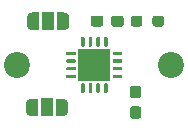
<source format=gts>
%TF.GenerationSoftware,KiCad,Pcbnew,5.1.10*%
%TF.CreationDate,2021-12-10T14:23:33+01:00*%
%TF.ProjectId,angle-sensor-board,616e676c-652d-4736-956e-736f722d626f,rev?*%
%TF.SameCoordinates,Original*%
%TF.FileFunction,Soldermask,Top*%
%TF.FilePolarity,Negative*%
%FSLAX46Y46*%
G04 Gerber Fmt 4.6, Leading zero omitted, Abs format (unit mm)*
G04 Created by KiCad (PCBNEW 5.1.10) date 2021-12-10 14:23:33*
%MOMM*%
%LPD*%
G01*
G04 APERTURE LIST*
%ADD10C,0.100000*%
%ADD11R,1.000000X1.500000*%
%ADD12C,2.200000*%
%ADD13R,2.700000X2.700000*%
G04 APERTURE END LIST*
D10*
%TO.C,JP2*%
G36*
X31750000Y-39850000D02*
G01*
X31200000Y-39850000D01*
X31200000Y-39849398D01*
X31175466Y-39849398D01*
X31126635Y-39844588D01*
X31078510Y-39835016D01*
X31031555Y-39820772D01*
X30986222Y-39801995D01*
X30942949Y-39778864D01*
X30902150Y-39751604D01*
X30864221Y-39720476D01*
X30829524Y-39685779D01*
X30798396Y-39647850D01*
X30771136Y-39607051D01*
X30748005Y-39563778D01*
X30729228Y-39518445D01*
X30714984Y-39471490D01*
X30705412Y-39423365D01*
X30700602Y-39374534D01*
X30700602Y-39350000D01*
X30700000Y-39350000D01*
X30700000Y-38850000D01*
X30700602Y-38850000D01*
X30700602Y-38825466D01*
X30705412Y-38776635D01*
X30714984Y-38728510D01*
X30729228Y-38681555D01*
X30748005Y-38636222D01*
X30771136Y-38592949D01*
X30798396Y-38552150D01*
X30829524Y-38514221D01*
X30864221Y-38479524D01*
X30902150Y-38448396D01*
X30942949Y-38421136D01*
X30986222Y-38398005D01*
X31031555Y-38379228D01*
X31078510Y-38364984D01*
X31126635Y-38355412D01*
X31175466Y-38350602D01*
X31200000Y-38350602D01*
X31200000Y-38350000D01*
X31750000Y-38350000D01*
X31750000Y-39850000D01*
G37*
D11*
X32500000Y-39100000D03*
D10*
G36*
X33800000Y-38350602D02*
G01*
X33824534Y-38350602D01*
X33873365Y-38355412D01*
X33921490Y-38364984D01*
X33968445Y-38379228D01*
X34013778Y-38398005D01*
X34057051Y-38421136D01*
X34097850Y-38448396D01*
X34135779Y-38479524D01*
X34170476Y-38514221D01*
X34201604Y-38552150D01*
X34228864Y-38592949D01*
X34251995Y-38636222D01*
X34270772Y-38681555D01*
X34285016Y-38728510D01*
X34294588Y-38776635D01*
X34299398Y-38825466D01*
X34299398Y-38850000D01*
X34300000Y-38850000D01*
X34300000Y-39350000D01*
X34299398Y-39350000D01*
X34299398Y-39374534D01*
X34294588Y-39423365D01*
X34285016Y-39471490D01*
X34270772Y-39518445D01*
X34251995Y-39563778D01*
X34228864Y-39607051D01*
X34201604Y-39647850D01*
X34170476Y-39685779D01*
X34135779Y-39720476D01*
X34097850Y-39751604D01*
X34057051Y-39778864D01*
X34013778Y-39801995D01*
X33968445Y-39820772D01*
X33921490Y-39835016D01*
X33873365Y-39844588D01*
X33824534Y-39849398D01*
X33800000Y-39849398D01*
X33800000Y-39850000D01*
X33250000Y-39850000D01*
X33250000Y-38350000D01*
X33800000Y-38350000D01*
X33800000Y-38350602D01*
G37*
%TD*%
%TO.C,JP1*%
G36*
X31850000Y-32550000D02*
G01*
X31300000Y-32550000D01*
X31300000Y-32549398D01*
X31275466Y-32549398D01*
X31226635Y-32544588D01*
X31178510Y-32535016D01*
X31131555Y-32520772D01*
X31086222Y-32501995D01*
X31042949Y-32478864D01*
X31002150Y-32451604D01*
X30964221Y-32420476D01*
X30929524Y-32385779D01*
X30898396Y-32347850D01*
X30871136Y-32307051D01*
X30848005Y-32263778D01*
X30829228Y-32218445D01*
X30814984Y-32171490D01*
X30805412Y-32123365D01*
X30800602Y-32074534D01*
X30800602Y-32050000D01*
X30800000Y-32050000D01*
X30800000Y-31550000D01*
X30800602Y-31550000D01*
X30800602Y-31525466D01*
X30805412Y-31476635D01*
X30814984Y-31428510D01*
X30829228Y-31381555D01*
X30848005Y-31336222D01*
X30871136Y-31292949D01*
X30898396Y-31252150D01*
X30929524Y-31214221D01*
X30964221Y-31179524D01*
X31002150Y-31148396D01*
X31042949Y-31121136D01*
X31086222Y-31098005D01*
X31131555Y-31079228D01*
X31178510Y-31064984D01*
X31226635Y-31055412D01*
X31275466Y-31050602D01*
X31300000Y-31050602D01*
X31300000Y-31050000D01*
X31850000Y-31050000D01*
X31850000Y-32550000D01*
G37*
D11*
X32600000Y-31800000D03*
D10*
G36*
X33900000Y-31050602D02*
G01*
X33924534Y-31050602D01*
X33973365Y-31055412D01*
X34021490Y-31064984D01*
X34068445Y-31079228D01*
X34113778Y-31098005D01*
X34157051Y-31121136D01*
X34197850Y-31148396D01*
X34235779Y-31179524D01*
X34270476Y-31214221D01*
X34301604Y-31252150D01*
X34328864Y-31292949D01*
X34351995Y-31336222D01*
X34370772Y-31381555D01*
X34385016Y-31428510D01*
X34394588Y-31476635D01*
X34399398Y-31525466D01*
X34399398Y-31550000D01*
X34400000Y-31550000D01*
X34400000Y-32050000D01*
X34399398Y-32050000D01*
X34399398Y-32074534D01*
X34394588Y-32123365D01*
X34385016Y-32171490D01*
X34370772Y-32218445D01*
X34351995Y-32263778D01*
X34328864Y-32307051D01*
X34301604Y-32347850D01*
X34270476Y-32385779D01*
X34235779Y-32420476D01*
X34197850Y-32451604D01*
X34157051Y-32478864D01*
X34113778Y-32501995D01*
X34068445Y-32520772D01*
X34021490Y-32535016D01*
X33973365Y-32544588D01*
X33924534Y-32549398D01*
X33900000Y-32549398D01*
X33900000Y-32550000D01*
X33350000Y-32550000D01*
X33350000Y-31050000D01*
X33900000Y-31050000D01*
X33900000Y-31050602D01*
G37*
%TD*%
D12*
%TO.C,REF\u002A\u002A*%
X43000000Y-35500000D03*
%TD*%
%TO.C,REF\u002A\u002A*%
X30000000Y-35500000D03*
%TD*%
%TO.C,C1*%
G36*
G01*
X39000000Y-31562500D02*
X39000000Y-32037500D01*
G75*
G02*
X38762500Y-32275000I-237500J0D01*
G01*
X38162500Y-32275000D01*
G75*
G02*
X37925000Y-32037500I0J237500D01*
G01*
X37925000Y-31562500D01*
G75*
G02*
X38162500Y-31325000I237500J0D01*
G01*
X38762500Y-31325000D01*
G75*
G02*
X39000000Y-31562500I0J-237500D01*
G01*
G37*
G36*
G01*
X37275000Y-31562500D02*
X37275000Y-32037500D01*
G75*
G02*
X37037500Y-32275000I-237500J0D01*
G01*
X36437500Y-32275000D01*
G75*
G02*
X36200000Y-32037500I0J237500D01*
G01*
X36200000Y-31562500D01*
G75*
G02*
X36437500Y-31325000I237500J0D01*
G01*
X37037500Y-31325000D01*
G75*
G02*
X37275000Y-31562500I0J-237500D01*
G01*
G37*
%TD*%
%TO.C,C2*%
G36*
G01*
X40237500Y-38337500D02*
X39762500Y-38337500D01*
G75*
G02*
X39525000Y-38100000I0J237500D01*
G01*
X39525000Y-37500000D01*
G75*
G02*
X39762500Y-37262500I237500J0D01*
G01*
X40237500Y-37262500D01*
G75*
G02*
X40475000Y-37500000I0J-237500D01*
G01*
X40475000Y-38100000D01*
G75*
G02*
X40237500Y-38337500I-237500J0D01*
G01*
G37*
G36*
G01*
X40237500Y-40062500D02*
X39762500Y-40062500D01*
G75*
G02*
X39525000Y-39825000I0J237500D01*
G01*
X39525000Y-39225000D01*
G75*
G02*
X39762500Y-38987500I237500J0D01*
G01*
X40237500Y-38987500D01*
G75*
G02*
X40475000Y-39225000I0J-237500D01*
G01*
X40475000Y-39825000D01*
G75*
G02*
X40237500Y-40062500I-237500J0D01*
G01*
G37*
%TD*%
%TO.C,R1*%
G36*
G01*
X42400000Y-31562500D02*
X42400000Y-32037500D01*
G75*
G02*
X42162500Y-32275000I-237500J0D01*
G01*
X41662500Y-32275000D01*
G75*
G02*
X41425000Y-32037500I0J237500D01*
G01*
X41425000Y-31562500D01*
G75*
G02*
X41662500Y-31325000I237500J0D01*
G01*
X42162500Y-31325000D01*
G75*
G02*
X42400000Y-31562500I0J-237500D01*
G01*
G37*
G36*
G01*
X40575000Y-31562500D02*
X40575000Y-32037500D01*
G75*
G02*
X40337500Y-32275000I-237500J0D01*
G01*
X39837500Y-32275000D01*
G75*
G02*
X39600000Y-32037500I0J237500D01*
G01*
X39600000Y-31562500D01*
G75*
G02*
X39837500Y-31325000I237500J0D01*
G01*
X40337500Y-31325000D01*
G75*
G02*
X40575000Y-31562500I0J-237500D01*
G01*
G37*
%TD*%
%TO.C,U1*%
G36*
G01*
X34125000Y-34600000D02*
X34125000Y-34450000D01*
G75*
G02*
X34200000Y-34375000I75000J0D01*
G01*
X34875000Y-34375000D01*
G75*
G02*
X34950000Y-34450000I0J-75000D01*
G01*
X34950000Y-34600000D01*
G75*
G02*
X34875000Y-34675000I-75000J0D01*
G01*
X34200000Y-34675000D01*
G75*
G02*
X34125000Y-34600000I0J75000D01*
G01*
G37*
G36*
G01*
X34125000Y-35250000D02*
X34125000Y-35100000D01*
G75*
G02*
X34200000Y-35025000I75000J0D01*
G01*
X34875000Y-35025000D01*
G75*
G02*
X34950000Y-35100000I0J-75000D01*
G01*
X34950000Y-35250000D01*
G75*
G02*
X34875000Y-35325000I-75000J0D01*
G01*
X34200000Y-35325000D01*
G75*
G02*
X34125000Y-35250000I0J75000D01*
G01*
G37*
G36*
G01*
X34125000Y-35900000D02*
X34125000Y-35750000D01*
G75*
G02*
X34200000Y-35675000I75000J0D01*
G01*
X34875000Y-35675000D01*
G75*
G02*
X34950000Y-35750000I0J-75000D01*
G01*
X34950000Y-35900000D01*
G75*
G02*
X34875000Y-35975000I-75000J0D01*
G01*
X34200000Y-35975000D01*
G75*
G02*
X34125000Y-35900000I0J75000D01*
G01*
G37*
G36*
G01*
X34125000Y-36550000D02*
X34125000Y-36400000D01*
G75*
G02*
X34200000Y-36325000I75000J0D01*
G01*
X34875000Y-36325000D01*
G75*
G02*
X34950000Y-36400000I0J-75000D01*
G01*
X34950000Y-36550000D01*
G75*
G02*
X34875000Y-36625000I-75000J0D01*
G01*
X34200000Y-36625000D01*
G75*
G02*
X34125000Y-36550000I0J75000D01*
G01*
G37*
G36*
G01*
X35375000Y-37800000D02*
X35375000Y-37125000D01*
G75*
G02*
X35450000Y-37050000I75000J0D01*
G01*
X35600000Y-37050000D01*
G75*
G02*
X35675000Y-37125000I0J-75000D01*
G01*
X35675000Y-37800000D01*
G75*
G02*
X35600000Y-37875000I-75000J0D01*
G01*
X35450000Y-37875000D01*
G75*
G02*
X35375000Y-37800000I0J75000D01*
G01*
G37*
G36*
G01*
X36025000Y-37800000D02*
X36025000Y-37125000D01*
G75*
G02*
X36100000Y-37050000I75000J0D01*
G01*
X36250000Y-37050000D01*
G75*
G02*
X36325000Y-37125000I0J-75000D01*
G01*
X36325000Y-37800000D01*
G75*
G02*
X36250000Y-37875000I-75000J0D01*
G01*
X36100000Y-37875000D01*
G75*
G02*
X36025000Y-37800000I0J75000D01*
G01*
G37*
G36*
G01*
X36675000Y-37800000D02*
X36675000Y-37125000D01*
G75*
G02*
X36750000Y-37050000I75000J0D01*
G01*
X36900000Y-37050000D01*
G75*
G02*
X36975000Y-37125000I0J-75000D01*
G01*
X36975000Y-37800000D01*
G75*
G02*
X36900000Y-37875000I-75000J0D01*
G01*
X36750000Y-37875000D01*
G75*
G02*
X36675000Y-37800000I0J75000D01*
G01*
G37*
G36*
G01*
X37325000Y-37800000D02*
X37325000Y-37125000D01*
G75*
G02*
X37400000Y-37050000I75000J0D01*
G01*
X37550000Y-37050000D01*
G75*
G02*
X37625000Y-37125000I0J-75000D01*
G01*
X37625000Y-37800000D01*
G75*
G02*
X37550000Y-37875000I-75000J0D01*
G01*
X37400000Y-37875000D01*
G75*
G02*
X37325000Y-37800000I0J75000D01*
G01*
G37*
G36*
G01*
X38050000Y-36550000D02*
X38050000Y-36400000D01*
G75*
G02*
X38125000Y-36325000I75000J0D01*
G01*
X38800000Y-36325000D01*
G75*
G02*
X38875000Y-36400000I0J-75000D01*
G01*
X38875000Y-36550000D01*
G75*
G02*
X38800000Y-36625000I-75000J0D01*
G01*
X38125000Y-36625000D01*
G75*
G02*
X38050000Y-36550000I0J75000D01*
G01*
G37*
G36*
G01*
X38050000Y-35900000D02*
X38050000Y-35750000D01*
G75*
G02*
X38125000Y-35675000I75000J0D01*
G01*
X38800000Y-35675000D01*
G75*
G02*
X38875000Y-35750000I0J-75000D01*
G01*
X38875000Y-35900000D01*
G75*
G02*
X38800000Y-35975000I-75000J0D01*
G01*
X38125000Y-35975000D01*
G75*
G02*
X38050000Y-35900000I0J75000D01*
G01*
G37*
G36*
G01*
X38050000Y-35250000D02*
X38050000Y-35100000D01*
G75*
G02*
X38125000Y-35025000I75000J0D01*
G01*
X38800000Y-35025000D01*
G75*
G02*
X38875000Y-35100000I0J-75000D01*
G01*
X38875000Y-35250000D01*
G75*
G02*
X38800000Y-35325000I-75000J0D01*
G01*
X38125000Y-35325000D01*
G75*
G02*
X38050000Y-35250000I0J75000D01*
G01*
G37*
G36*
G01*
X38050000Y-34600000D02*
X38050000Y-34450000D01*
G75*
G02*
X38125000Y-34375000I75000J0D01*
G01*
X38800000Y-34375000D01*
G75*
G02*
X38875000Y-34450000I0J-75000D01*
G01*
X38875000Y-34600000D01*
G75*
G02*
X38800000Y-34675000I-75000J0D01*
G01*
X38125000Y-34675000D01*
G75*
G02*
X38050000Y-34600000I0J75000D01*
G01*
G37*
G36*
G01*
X37325000Y-33875000D02*
X37325000Y-33200000D01*
G75*
G02*
X37400000Y-33125000I75000J0D01*
G01*
X37550000Y-33125000D01*
G75*
G02*
X37625000Y-33200000I0J-75000D01*
G01*
X37625000Y-33875000D01*
G75*
G02*
X37550000Y-33950000I-75000J0D01*
G01*
X37400000Y-33950000D01*
G75*
G02*
X37325000Y-33875000I0J75000D01*
G01*
G37*
G36*
G01*
X36675000Y-33875000D02*
X36675000Y-33200000D01*
G75*
G02*
X36750000Y-33125000I75000J0D01*
G01*
X36900000Y-33125000D01*
G75*
G02*
X36975000Y-33200000I0J-75000D01*
G01*
X36975000Y-33875000D01*
G75*
G02*
X36900000Y-33950000I-75000J0D01*
G01*
X36750000Y-33950000D01*
G75*
G02*
X36675000Y-33875000I0J75000D01*
G01*
G37*
G36*
G01*
X36025000Y-33875000D02*
X36025000Y-33200000D01*
G75*
G02*
X36100000Y-33125000I75000J0D01*
G01*
X36250000Y-33125000D01*
G75*
G02*
X36325000Y-33200000I0J-75000D01*
G01*
X36325000Y-33875000D01*
G75*
G02*
X36250000Y-33950000I-75000J0D01*
G01*
X36100000Y-33950000D01*
G75*
G02*
X36025000Y-33875000I0J75000D01*
G01*
G37*
G36*
G01*
X35375000Y-33875000D02*
X35375000Y-33200000D01*
G75*
G02*
X35450000Y-33125000I75000J0D01*
G01*
X35600000Y-33125000D01*
G75*
G02*
X35675000Y-33200000I0J-75000D01*
G01*
X35675000Y-33875000D01*
G75*
G02*
X35600000Y-33950000I-75000J0D01*
G01*
X35450000Y-33950000D01*
G75*
G02*
X35375000Y-33875000I0J75000D01*
G01*
G37*
D13*
X36500000Y-35500000D03*
%TD*%
M02*

</source>
